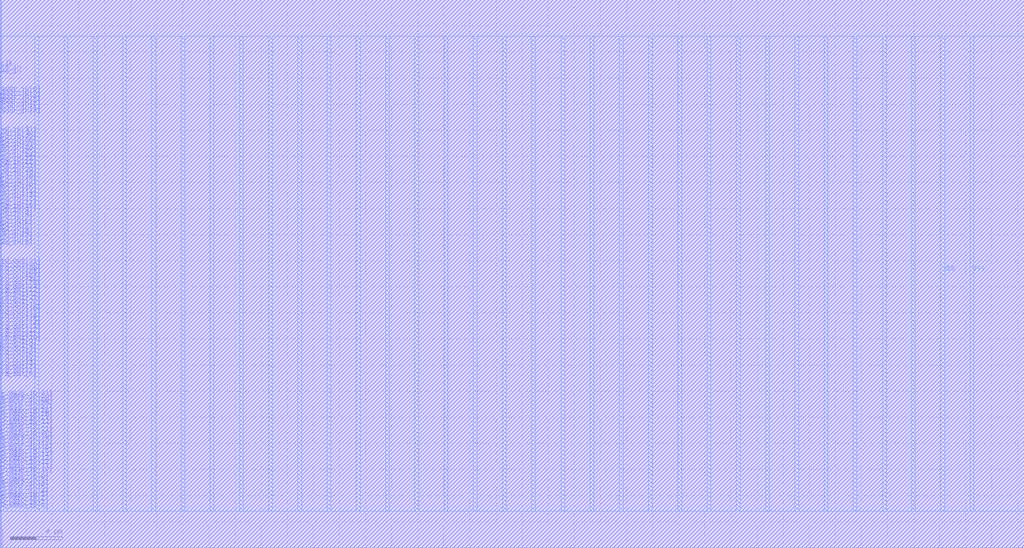
<source format=lef>
VERSION 5.7 ;
BUSBITCHARS "[]" ;
MACRO fakeram45_128x32
  FOREIGN fakeram45_128x32 0 0 ;
  SYMMETRY X Y R90 ;
  SIZE 0.19 BY 1.4 ;
  CLASS BLOCK ;
  PIN w_mask_in[0]
    DIRECTION INPUT ;
    USE SIGNAL ;
    SHAPE ABUTMENT ;
    PORT
      LAYER metal3 ;
      RECT 0.000 2.800 0.070 2.870 ;
    END
  END w_mask_in[0]
  PIN w_mask_in[1]
    DIRECTION INPUT ;
    USE SIGNAL ;
    SHAPE ABUTMENT ;
    PORT
      LAYER metal3 ;
      RECT 0.000 3.080 0.070 3.150 ;
    END
  END w_mask_in[1]
  PIN w_mask_in[2]
    DIRECTION INPUT ;
    USE SIGNAL ;
    SHAPE ABUTMENT ;
    PORT
      LAYER metal3 ;
      RECT 0.000 3.360 0.070 3.430 ;
    END
  END w_mask_in[2]
  PIN w_mask_in[3]
    DIRECTION INPUT ;
    USE SIGNAL ;
    SHAPE ABUTMENT ;
    PORT
      LAYER metal3 ;
      RECT 0.000 3.640 0.070 3.710 ;
    END
  END w_mask_in[3]
  PIN w_mask_in[4]
    DIRECTION INPUT ;
    USE SIGNAL ;
    SHAPE ABUTMENT ;
    PORT
      LAYER metal3 ;
      RECT 0.000 3.920 0.070 3.990 ;
    END
  END w_mask_in[4]
  PIN w_mask_in[5]
    DIRECTION INPUT ;
    USE SIGNAL ;
    SHAPE ABUTMENT ;
    PORT
      LAYER metal3 ;
      RECT 0.000 4.200 0.070 4.270 ;
    END
  END w_mask_in[5]
  PIN w_mask_in[6]
    DIRECTION INPUT ;
    USE SIGNAL ;
    SHAPE ABUTMENT ;
    PORT
      LAYER metal3 ;
      RECT 0.000 4.480 0.070 4.550 ;
    END
  END w_mask_in[6]
  PIN w_mask_in[7]
    DIRECTION INPUT ;
    USE SIGNAL ;
    SHAPE ABUTMENT ;
    PORT
      LAYER metal3 ;
      RECT 0.000 4.760 0.070 4.830 ;
    END
  END w_mask_in[7]
  PIN w_mask_in[8]
    DIRECTION INPUT ;
    USE SIGNAL ;
    SHAPE ABUTMENT ;
    PORT
      LAYER metal3 ;
      RECT 0.000 5.040 0.070 5.110 ;
    END
  END w_mask_in[8]
  PIN w_mask_in[9]
    DIRECTION INPUT ;
    USE SIGNAL ;
    SHAPE ABUTMENT ;
    PORT
      LAYER metal3 ;
      RECT 0.000 5.320 0.070 5.390 ;
    END
  END w_mask_in[9]
  PIN w_mask_in[10]
    DIRECTION INPUT ;
    USE SIGNAL ;
    SHAPE ABUTMENT ;
    PORT
      LAYER metal3 ;
      RECT 0.000 5.600 0.070 5.670 ;
    END
  END w_mask_in[10]
  PIN w_mask_in[11]
    DIRECTION INPUT ;
    USE SIGNAL ;
    SHAPE ABUTMENT ;
    PORT
      LAYER metal3 ;
      RECT 0.000 5.880 0.070 5.950 ;
    END
  END w_mask_in[11]
  PIN w_mask_in[12]
    DIRECTION INPUT ;
    USE SIGNAL ;
    SHAPE ABUTMENT ;
    PORT
      LAYER metal3 ;
      RECT 0.000 6.160 0.070 6.230 ;
    END
  END w_mask_in[12]
  PIN w_mask_in[13]
    DIRECTION INPUT ;
    USE SIGNAL ;
    SHAPE ABUTMENT ;
    PORT
      LAYER metal3 ;
      RECT 0.000 6.440 0.070 6.510 ;
    END
  END w_mask_in[13]
  PIN w_mask_in[14]
    DIRECTION INPUT ;
    USE SIGNAL ;
    SHAPE ABUTMENT ;
    PORT
      LAYER metal3 ;
      RECT 0.000 6.720 0.070 6.790 ;
    END
  END w_mask_in[14]
  PIN w_mask_in[15]
    DIRECTION INPUT ;
    USE SIGNAL ;
    SHAPE ABUTMENT ;
    PORT
      LAYER metal3 ;
      RECT 0.000 7.000 0.070 7.070 ;
    END
  END w_mask_in[15]
  PIN w_mask_in[16]
    DIRECTION INPUT ;
    USE SIGNAL ;
    SHAPE ABUTMENT ;
    PORT
      LAYER metal3 ;
      RECT 0.000 7.280 0.070 7.350 ;
    END
  END w_mask_in[16]
  PIN w_mask_in[17]
    DIRECTION INPUT ;
    USE SIGNAL ;
    SHAPE ABUTMENT ;
    PORT
      LAYER metal3 ;
      RECT 0.000 7.560 0.070 7.630 ;
    END
  END w_mask_in[17]
  PIN w_mask_in[18]
    DIRECTION INPUT ;
    USE SIGNAL ;
    SHAPE ABUTMENT ;
    PORT
      LAYER metal3 ;
      RECT 0.000 7.840 0.070 7.910 ;
    END
  END w_mask_in[18]
  PIN w_mask_in[19]
    DIRECTION INPUT ;
    USE SIGNAL ;
    SHAPE ABUTMENT ;
    PORT
      LAYER metal3 ;
      RECT 0.000 8.120 0.070 8.190 ;
    END
  END w_mask_in[19]
  PIN w_mask_in[20]
    DIRECTION INPUT ;
    USE SIGNAL ;
    SHAPE ABUTMENT ;
    PORT
      LAYER metal3 ;
      RECT 0.000 8.400 0.070 8.470 ;
    END
  END w_mask_in[20]
  PIN w_mask_in[21]
    DIRECTION INPUT ;
    USE SIGNAL ;
    SHAPE ABUTMENT ;
    PORT
      LAYER metal3 ;
      RECT 0.000 8.680 0.070 8.750 ;
    END
  END w_mask_in[21]
  PIN w_mask_in[22]
    DIRECTION INPUT ;
    USE SIGNAL ;
    SHAPE ABUTMENT ;
    PORT
      LAYER metal3 ;
      RECT 0.000 8.960 0.070 9.030 ;
    END
  END w_mask_in[22]
  PIN w_mask_in[23]
    DIRECTION INPUT ;
    USE SIGNAL ;
    SHAPE ABUTMENT ;
    PORT
      LAYER metal3 ;
      RECT 0.000 9.240 0.070 9.310 ;
    END
  END w_mask_in[23]
  PIN w_mask_in[24]
    DIRECTION INPUT ;
    USE SIGNAL ;
    SHAPE ABUTMENT ;
    PORT
      LAYER metal3 ;
      RECT 0.000 9.520 0.070 9.590 ;
    END
  END w_mask_in[24]
  PIN w_mask_in[25]
    DIRECTION INPUT ;
    USE SIGNAL ;
    SHAPE ABUTMENT ;
    PORT
      LAYER metal3 ;
      RECT 0.000 9.800 0.070 9.870 ;
    END
  END w_mask_in[25]
  PIN w_mask_in[26]
    DIRECTION INPUT ;
    USE SIGNAL ;
    SHAPE ABUTMENT ;
    PORT
      LAYER metal3 ;
      RECT 0.000 10.080 0.070 10.150 ;
    END
  END w_mask_in[26]
  PIN w_mask_in[27]
    DIRECTION INPUT ;
    USE SIGNAL ;
    SHAPE ABUTMENT ;
    PORT
      LAYER metal3 ;
      RECT 0.000 10.360 0.070 10.430 ;
    END
  END w_mask_in[27]
  PIN w_mask_in[28]
    DIRECTION INPUT ;
    USE SIGNAL ;
    SHAPE ABUTMENT ;
    PORT
      LAYER metal3 ;
      RECT 0.000 10.640 0.070 10.710 ;
    END
  END w_mask_in[28]
  PIN w_mask_in[29]
    DIRECTION INPUT ;
    USE SIGNAL ;
    SHAPE ABUTMENT ;
    PORT
      LAYER metal3 ;
      RECT 0.000 10.920 0.070 10.990 ;
    END
  END w_mask_in[29]
  PIN w_mask_in[30]
    DIRECTION INPUT ;
    USE SIGNAL ;
    SHAPE ABUTMENT ;
    PORT
      LAYER metal3 ;
      RECT 0.000 11.200 0.070 11.270 ;
    END
  END w_mask_in[30]
  PIN w_mask_in[31]
    DIRECTION INPUT ;
    USE SIGNAL ;
    SHAPE ABUTMENT ;
    PORT
      LAYER metal3 ;
      RECT 0.000 11.480 0.070 11.550 ;
    END
  END w_mask_in[31]
  PIN rd_out[0]
    DIRECTION OUTPUT ;
    USE SIGNAL ;
    SHAPE ABUTMENT ;
    PORT
      LAYER metal3 ;
      RECT 0.000 12.880 0.070 12.950 ;
    END
  END rd_out[0]
  PIN rd_out[1]
    DIRECTION OUTPUT ;
    USE SIGNAL ;
    SHAPE ABUTMENT ;
    PORT
      LAYER metal3 ;
      RECT 0.000 13.160 0.070 13.230 ;
    END
  END rd_out[1]
  PIN rd_out[2]
    DIRECTION OUTPUT ;
    USE SIGNAL ;
    SHAPE ABUTMENT ;
    PORT
      LAYER metal3 ;
      RECT 0.000 13.440 0.070 13.510 ;
    END
  END rd_out[2]
  PIN rd_out[3]
    DIRECTION OUTPUT ;
    USE SIGNAL ;
    SHAPE ABUTMENT ;
    PORT
      LAYER metal3 ;
      RECT 0.000 13.720 0.070 13.790 ;
    END
  END rd_out[3]
  PIN rd_out[4]
    DIRECTION OUTPUT ;
    USE SIGNAL ;
    SHAPE ABUTMENT ;
    PORT
      LAYER metal3 ;
      RECT 0.000 14.000 0.070 14.070 ;
    END
  END rd_out[4]
  PIN rd_out[5]
    DIRECTION OUTPUT ;
    USE SIGNAL ;
    SHAPE ABUTMENT ;
    PORT
      LAYER metal3 ;
      RECT 0.000 14.280 0.070 14.350 ;
    END
  END rd_out[5]
  PIN rd_out[6]
    DIRECTION OUTPUT ;
    USE SIGNAL ;
    SHAPE ABUTMENT ;
    PORT
      LAYER metal3 ;
      RECT 0.000 14.560 0.070 14.630 ;
    END
  END rd_out[6]
  PIN rd_out[7]
    DIRECTION OUTPUT ;
    USE SIGNAL ;
    SHAPE ABUTMENT ;
    PORT
      LAYER metal3 ;
      RECT 0.000 14.840 0.070 14.910 ;
    END
  END rd_out[7]
  PIN rd_out[8]
    DIRECTION OUTPUT ;
    USE SIGNAL ;
    SHAPE ABUTMENT ;
    PORT
      LAYER metal3 ;
      RECT 0.000 15.120 0.070 15.190 ;
    END
  END rd_out[8]
  PIN rd_out[9]
    DIRECTION OUTPUT ;
    USE SIGNAL ;
    SHAPE ABUTMENT ;
    PORT
      LAYER metal3 ;
      RECT 0.000 15.400 0.070 15.470 ;
    END
  END rd_out[9]
  PIN rd_out[10]
    DIRECTION OUTPUT ;
    USE SIGNAL ;
    SHAPE ABUTMENT ;
    PORT
      LAYER metal3 ;
      RECT 0.000 15.680 0.070 15.750 ;
    END
  END rd_out[10]
  PIN rd_out[11]
    DIRECTION OUTPUT ;
    USE SIGNAL ;
    SHAPE ABUTMENT ;
    PORT
      LAYER metal3 ;
      RECT 0.000 15.960 0.070 16.030 ;
    END
  END rd_out[11]
  PIN rd_out[12]
    DIRECTION OUTPUT ;
    USE SIGNAL ;
    SHAPE ABUTMENT ;
    PORT
      LAYER metal3 ;
      RECT 0.000 16.240 0.070 16.310 ;
    END
  END rd_out[12]
  PIN rd_out[13]
    DIRECTION OUTPUT ;
    USE SIGNAL ;
    SHAPE ABUTMENT ;
    PORT
      LAYER metal3 ;
      RECT 0.000 16.520 0.070 16.590 ;
    END
  END rd_out[13]
  PIN rd_out[14]
    DIRECTION OUTPUT ;
    USE SIGNAL ;
    SHAPE ABUTMENT ;
    PORT
      LAYER metal3 ;
      RECT 0.000 16.800 0.070 16.870 ;
    END
  END rd_out[14]
  PIN rd_out[15]
    DIRECTION OUTPUT ;
    USE SIGNAL ;
    SHAPE ABUTMENT ;
    PORT
      LAYER metal3 ;
      RECT 0.000 17.080 0.070 17.150 ;
    END
  END rd_out[15]
  PIN rd_out[16]
    DIRECTION OUTPUT ;
    USE SIGNAL ;
    SHAPE ABUTMENT ;
    PORT
      LAYER metal3 ;
      RECT 0.000 17.360 0.070 17.430 ;
    END
  END rd_out[16]
  PIN rd_out[17]
    DIRECTION OUTPUT ;
    USE SIGNAL ;
    SHAPE ABUTMENT ;
    PORT
      LAYER metal3 ;
      RECT 0.000 17.640 0.070 17.710 ;
    END
  END rd_out[17]
  PIN rd_out[18]
    DIRECTION OUTPUT ;
    USE SIGNAL ;
    SHAPE ABUTMENT ;
    PORT
      LAYER metal3 ;
      RECT 0.000 17.920 0.070 17.990 ;
    END
  END rd_out[18]
  PIN rd_out[19]
    DIRECTION OUTPUT ;
    USE SIGNAL ;
    SHAPE ABUTMENT ;
    PORT
      LAYER metal3 ;
      RECT 0.000 18.200 0.070 18.270 ;
    END
  END rd_out[19]
  PIN rd_out[20]
    DIRECTION OUTPUT ;
    USE SIGNAL ;
    SHAPE ABUTMENT ;
    PORT
      LAYER metal3 ;
      RECT 0.000 18.480 0.070 18.550 ;
    END
  END rd_out[20]
  PIN rd_out[21]
    DIRECTION OUTPUT ;
    USE SIGNAL ;
    SHAPE ABUTMENT ;
    PORT
      LAYER metal3 ;
      RECT 0.000 18.760 0.070 18.830 ;
    END
  END rd_out[21]
  PIN rd_out[22]
    DIRECTION OUTPUT ;
    USE SIGNAL ;
    SHAPE ABUTMENT ;
    PORT
      LAYER metal3 ;
      RECT 0.000 19.040 0.070 19.110 ;
    END
  END rd_out[22]
  PIN rd_out[23]
    DIRECTION OUTPUT ;
    USE SIGNAL ;
    SHAPE ABUTMENT ;
    PORT
      LAYER metal3 ;
      RECT 0.000 19.320 0.070 19.390 ;
    END
  END rd_out[23]
  PIN rd_out[24]
    DIRECTION OUTPUT ;
    USE SIGNAL ;
    SHAPE ABUTMENT ;
    PORT
      LAYER metal3 ;
      RECT 0.000 19.600 0.070 19.670 ;
    END
  END rd_out[24]
  PIN rd_out[25]
    DIRECTION OUTPUT ;
    USE SIGNAL ;
    SHAPE ABUTMENT ;
    PORT
      LAYER metal3 ;
      RECT 0.000 19.880 0.070 19.950 ;
    END
  END rd_out[25]
  PIN rd_out[26]
    DIRECTION OUTPUT ;
    USE SIGNAL ;
    SHAPE ABUTMENT ;
    PORT
      LAYER metal3 ;
      RECT 0.000 20.160 0.070 20.230 ;
    END
  END rd_out[26]
  PIN rd_out[27]
    DIRECTION OUTPUT ;
    USE SIGNAL ;
    SHAPE ABUTMENT ;
    PORT
      LAYER metal3 ;
      RECT 0.000 20.440 0.070 20.510 ;
    END
  END rd_out[27]
  PIN rd_out[28]
    DIRECTION OUTPUT ;
    USE SIGNAL ;
    SHAPE ABUTMENT ;
    PORT
      LAYER metal3 ;
      RECT 0.000 20.720 0.070 20.790 ;
    END
  END rd_out[28]
  PIN rd_out[29]
    DIRECTION OUTPUT ;
    USE SIGNAL ;
    SHAPE ABUTMENT ;
    PORT
      LAYER metal3 ;
      RECT 0.000 21.000 0.070 21.070 ;
    END
  END rd_out[29]
  PIN rd_out[30]
    DIRECTION OUTPUT ;
    USE SIGNAL ;
    SHAPE ABUTMENT ;
    PORT
      LAYER metal3 ;
      RECT 0.000 21.280 0.070 21.350 ;
    END
  END rd_out[30]
  PIN rd_out[31]
    DIRECTION OUTPUT ;
    USE SIGNAL ;
    SHAPE ABUTMENT ;
    PORT
      LAYER metal3 ;
      RECT 0.000 21.560 0.070 21.630 ;
    END
  END rd_out[31]
  PIN wd_in[0]
    DIRECTION INPUT ;
    USE SIGNAL ;
    SHAPE ABUTMENT ;
    PORT
      LAYER metal3 ;
      RECT 0.000 22.960 0.070 23.030 ;
    END
  END wd_in[0]
  PIN wd_in[1]
    DIRECTION INPUT ;
    USE SIGNAL ;
    SHAPE ABUTMENT ;
    PORT
      LAYER metal3 ;
      RECT 0.000 23.240 0.070 23.310 ;
    END
  END wd_in[1]
  PIN wd_in[2]
    DIRECTION INPUT ;
    USE SIGNAL ;
    SHAPE ABUTMENT ;
    PORT
      LAYER metal3 ;
      RECT 0.000 23.520 0.070 23.590 ;
    END
  END wd_in[2]
  PIN wd_in[3]
    DIRECTION INPUT ;
    USE SIGNAL ;
    SHAPE ABUTMENT ;
    PORT
      LAYER metal3 ;
      RECT 0.000 23.800 0.070 23.870 ;
    END
  END wd_in[3]
  PIN wd_in[4]
    DIRECTION INPUT ;
    USE SIGNAL ;
    SHAPE ABUTMENT ;
    PORT
      LAYER metal3 ;
      RECT 0.000 24.080 0.070 24.150 ;
    END
  END wd_in[4]
  PIN wd_in[5]
    DIRECTION INPUT ;
    USE SIGNAL ;
    SHAPE ABUTMENT ;
    PORT
      LAYER metal3 ;
      RECT 0.000 24.360 0.070 24.430 ;
    END
  END wd_in[5]
  PIN wd_in[6]
    DIRECTION INPUT ;
    USE SIGNAL ;
    SHAPE ABUTMENT ;
    PORT
      LAYER metal3 ;
      RECT 0.000 24.640 0.070 24.710 ;
    END
  END wd_in[6]
  PIN wd_in[7]
    DIRECTION INPUT ;
    USE SIGNAL ;
    SHAPE ABUTMENT ;
    PORT
      LAYER metal3 ;
      RECT 0.000 24.920 0.070 24.990 ;
    END
  END wd_in[7]
  PIN wd_in[8]
    DIRECTION INPUT ;
    USE SIGNAL ;
    SHAPE ABUTMENT ;
    PORT
      LAYER metal3 ;
      RECT 0.000 25.200 0.070 25.270 ;
    END
  END wd_in[8]
  PIN wd_in[9]
    DIRECTION INPUT ;
    USE SIGNAL ;
    SHAPE ABUTMENT ;
    PORT
      LAYER metal3 ;
      RECT 0.000 25.480 0.070 25.550 ;
    END
  END wd_in[9]
  PIN wd_in[10]
    DIRECTION INPUT ;
    USE SIGNAL ;
    SHAPE ABUTMENT ;
    PORT
      LAYER metal3 ;
      RECT 0.000 25.760 0.070 25.830 ;
    END
  END wd_in[10]
  PIN wd_in[11]
    DIRECTION INPUT ;
    USE SIGNAL ;
    SHAPE ABUTMENT ;
    PORT
      LAYER metal3 ;
      RECT 0.000 26.040 0.070 26.110 ;
    END
  END wd_in[11]
  PIN wd_in[12]
    DIRECTION INPUT ;
    USE SIGNAL ;
    SHAPE ABUTMENT ;
    PORT
      LAYER metal3 ;
      RECT 0.000 26.320 0.070 26.390 ;
    END
  END wd_in[12]
  PIN wd_in[13]
    DIRECTION INPUT ;
    USE SIGNAL ;
    SHAPE ABUTMENT ;
    PORT
      LAYER metal3 ;
      RECT 0.000 26.600 0.070 26.670 ;
    END
  END wd_in[13]
  PIN wd_in[14]
    DIRECTION INPUT ;
    USE SIGNAL ;
    SHAPE ABUTMENT ;
    PORT
      LAYER metal3 ;
      RECT 0.000 26.880 0.070 26.950 ;
    END
  END wd_in[14]
  PIN wd_in[15]
    DIRECTION INPUT ;
    USE SIGNAL ;
    SHAPE ABUTMENT ;
    PORT
      LAYER metal3 ;
      RECT 0.000 27.160 0.070 27.230 ;
    END
  END wd_in[15]
  PIN wd_in[16]
    DIRECTION INPUT ;
    USE SIGNAL ;
    SHAPE ABUTMENT ;
    PORT
      LAYER metal3 ;
      RECT 0.000 27.440 0.070 27.510 ;
    END
  END wd_in[16]
  PIN wd_in[17]
    DIRECTION INPUT ;
    USE SIGNAL ;
    SHAPE ABUTMENT ;
    PORT
      LAYER metal3 ;
      RECT 0.000 27.720 0.070 27.790 ;
    END
  END wd_in[17]
  PIN wd_in[18]
    DIRECTION INPUT ;
    USE SIGNAL ;
    SHAPE ABUTMENT ;
    PORT
      LAYER metal3 ;
      RECT 0.000 28.000 0.070 28.070 ;
    END
  END wd_in[18]
  PIN wd_in[19]
    DIRECTION INPUT ;
    USE SIGNAL ;
    SHAPE ABUTMENT ;
    PORT
      LAYER metal3 ;
      RECT 0.000 28.280 0.070 28.350 ;
    END
  END wd_in[19]
  PIN wd_in[20]
    DIRECTION INPUT ;
    USE SIGNAL ;
    SHAPE ABUTMENT ;
    PORT
      LAYER metal3 ;
      RECT 0.000 28.560 0.070 28.630 ;
    END
  END wd_in[20]
  PIN wd_in[21]
    DIRECTION INPUT ;
    USE SIGNAL ;
    SHAPE ABUTMENT ;
    PORT
      LAYER metal3 ;
      RECT 0.000 28.840 0.070 28.910 ;
    END
  END wd_in[21]
  PIN wd_in[22]
    DIRECTION INPUT ;
    USE SIGNAL ;
    SHAPE ABUTMENT ;
    PORT
      LAYER metal3 ;
      RECT 0.000 29.120 0.070 29.190 ;
    END
  END wd_in[22]
  PIN wd_in[23]
    DIRECTION INPUT ;
    USE SIGNAL ;
    SHAPE ABUTMENT ;
    PORT
      LAYER metal3 ;
      RECT 0.000 29.400 0.070 29.470 ;
    END
  END wd_in[23]
  PIN wd_in[24]
    DIRECTION INPUT ;
    USE SIGNAL ;
    SHAPE ABUTMENT ;
    PORT
      LAYER metal3 ;
      RECT 0.000 29.680 0.070 29.750 ;
    END
  END wd_in[24]
  PIN wd_in[25]
    DIRECTION INPUT ;
    USE SIGNAL ;
    SHAPE ABUTMENT ;
    PORT
      LAYER metal3 ;
      RECT 0.000 29.960 0.070 30.030 ;
    END
  END wd_in[25]
  PIN wd_in[26]
    DIRECTION INPUT ;
    USE SIGNAL ;
    SHAPE ABUTMENT ;
    PORT
      LAYER metal3 ;
      RECT 0.000 30.240 0.070 30.310 ;
    END
  END wd_in[26]
  PIN wd_in[27]
    DIRECTION INPUT ;
    USE SIGNAL ;
    SHAPE ABUTMENT ;
    PORT
      LAYER metal3 ;
      RECT 0.000 30.520 0.070 30.590 ;
    END
  END wd_in[27]
  PIN wd_in[28]
    DIRECTION INPUT ;
    USE SIGNAL ;
    SHAPE ABUTMENT ;
    PORT
      LAYER metal3 ;
      RECT 0.000 30.800 0.070 30.870 ;
    END
  END wd_in[28]
  PIN wd_in[29]
    DIRECTION INPUT ;
    USE SIGNAL ;
    SHAPE ABUTMENT ;
    PORT
      LAYER metal3 ;
      RECT 0.000 31.080 0.070 31.150 ;
    END
  END wd_in[29]
  PIN wd_in[30]
    DIRECTION INPUT ;
    USE SIGNAL ;
    SHAPE ABUTMENT ;
    PORT
      LAYER metal3 ;
      RECT 0.000 31.360 0.070 31.430 ;
    END
  END wd_in[30]
  PIN wd_in[31]
    DIRECTION INPUT ;
    USE SIGNAL ;
    SHAPE ABUTMENT ;
    PORT
      LAYER metal3 ;
      RECT 0.000 31.640 0.070 31.710 ;
    END
  END wd_in[31]
  PIN addr_in[0]
    DIRECTION INPUT ;
    USE SIGNAL ;
    SHAPE ABUTMENT ;
    PORT
      LAYER metal3 ;
      RECT 0.000 33.040 0.070 33.110 ;
    END
  END addr_in[0]
  PIN addr_in[1]
    DIRECTION INPUT ;
    USE SIGNAL ;
    SHAPE ABUTMENT ;
    PORT
      LAYER metal3 ;
      RECT 0.000 33.320 0.070 33.390 ;
    END
  END addr_in[1]
  PIN addr_in[2]
    DIRECTION INPUT ;
    USE SIGNAL ;
    SHAPE ABUTMENT ;
    PORT
      LAYER metal3 ;
      RECT 0.000 33.600 0.070 33.670 ;
    END
  END addr_in[2]
  PIN addr_in[3]
    DIRECTION INPUT ;
    USE SIGNAL ;
    SHAPE ABUTMENT ;
    PORT
      LAYER metal3 ;
      RECT 0.000 33.880 0.070 33.950 ;
    END
  END addr_in[3]
  PIN addr_in[4]
    DIRECTION INPUT ;
    USE SIGNAL ;
    SHAPE ABUTMENT ;
    PORT
      LAYER metal3 ;
      RECT 0.000 34.160 0.070 34.230 ;
    END
  END addr_in[4]
  PIN addr_in[5]
    DIRECTION INPUT ;
    USE SIGNAL ;
    SHAPE ABUTMENT ;
    PORT
      LAYER metal3 ;
      RECT 0.000 34.440 0.070 34.510 ;
    END
  END addr_in[5]
  PIN addr_in[6]
    DIRECTION INPUT ;
    USE SIGNAL ;
    SHAPE ABUTMENT ;
    PORT
      LAYER metal3 ;
      RECT 0.000 34.720 0.070 34.790 ;
    END
  END addr_in[6]
  PIN we_in
    DIRECTION INPUT ;
    USE SIGNAL ;
    SHAPE ABUTMENT ;
    PORT
      LAYER metal3 ;
      RECT 0.000 36.120 0.070 36.190 ;
    END
  END we_in
  PIN ce_in
    DIRECTION INPUT ;
    USE SIGNAL ;
    SHAPE ABUTMENT ;
    PORT
      LAYER metal3 ;
      RECT 0.000 36.400 0.070 36.470 ;
    END
  END ce_in
  PIN clk
    DIRECTION INPUT ;
    USE SIGNAL ;
    SHAPE ABUTMENT ;
    PORT
      LAYER metal3 ;
      RECT 0.000 36.680 0.070 36.750 ;
    END
  END clk
  PIN VSS
    DIRECTION INOUT ;
    USE GROUND ;
    PORT
      LAYER metal4 ;
      RECT 2.660 2.800 2.940 39.200 ;
      RECT 7.140 2.800 7.420 39.200 ;
      RECT 11.620 2.800 11.900 39.200 ;
      RECT 16.100 2.800 16.380 39.200 ;
      RECT 20.580 2.800 20.860 39.200 ;
      RECT 25.060 2.800 25.340 39.200 ;
      RECT 29.540 2.800 29.820 39.200 ;
      RECT 34.020 2.800 34.300 39.200 ;
      RECT 38.500 2.800 38.780 39.200 ;
      RECT 42.980 2.800 43.260 39.200 ;
      RECT 47.460 2.800 47.740 39.200 ;
      RECT 51.940 2.800 52.220 39.200 ;
      RECT 56.420 2.800 56.700 39.200 ;
      RECT 60.900 2.800 61.180 39.200 ;
      RECT 65.380 2.800 65.660 39.200 ;
      RECT 69.860 2.800 70.140 39.200 ;
      RECT 74.340 2.800 74.620 39.200 ;
    END
  END VSS
  PIN VDD
    DIRECTION INOUT ;
    USE POWER ;
    PORT
      LAYER metal4 ;
      RECT 4.900 2.800 5.180 39.200 ;
      RECT 9.380 2.800 9.660 39.200 ;
      RECT 13.860 2.800 14.140 39.200 ;
      RECT 18.340 2.800 18.620 39.200 ;
      RECT 22.820 2.800 23.100 39.200 ;
      RECT 27.300 2.800 27.580 39.200 ;
      RECT 31.780 2.800 32.060 39.200 ;
      RECT 36.260 2.800 36.540 39.200 ;
      RECT 40.740 2.800 41.020 39.200 ;
      RECT 45.220 2.800 45.500 39.200 ;
      RECT 49.700 2.800 49.980 39.200 ;
      RECT 54.180 2.800 54.460 39.200 ;
      RECT 58.660 2.800 58.940 39.200 ;
      RECT 63.140 2.800 63.420 39.200 ;
      RECT 67.620 2.800 67.900 39.200 ;
      RECT 72.100 2.800 72.380 39.200 ;
    END
  END VDD
  OBS
    LAYER metal1 ;
    RECT 0 0 78.470 42.000 ;
    LAYER metal2 ;
    RECT 0 0 78.470 42.000 ;
    LAYER metal3 ;
    RECT 0.070 0 78.470 42.000 ;
    RECT 0 0.000 0.070 2.800 ;
    RECT 0 2.870 0.070 3.080 ;
    RECT 0 3.150 0.070 3.360 ;
    RECT 0 3.430 0.070 3.640 ;
    RECT 0 3.710 0.070 3.920 ;
    RECT 0 3.990 0.070 4.200 ;
    RECT 0 4.270 0.070 4.480 ;
    RECT 0 4.550 0.070 4.760 ;
    RECT 0 4.830 0.070 5.040 ;
    RECT 0 5.110 0.070 5.320 ;
    RECT 0 5.390 0.070 5.600 ;
    RECT 0 5.670 0.070 5.880 ;
    RECT 0 5.950 0.070 6.160 ;
    RECT 0 6.230 0.070 6.440 ;
    RECT 0 6.510 0.070 6.720 ;
    RECT 0 6.790 0.070 7.000 ;
    RECT 0 7.070 0.070 7.280 ;
    RECT 0 7.350 0.070 7.560 ;
    RECT 0 7.630 0.070 7.840 ;
    RECT 0 7.910 0.070 8.120 ;
    RECT 0 8.190 0.070 8.400 ;
    RECT 0 8.470 0.070 8.680 ;
    RECT 0 8.750 0.070 8.960 ;
    RECT 0 9.030 0.070 9.240 ;
    RECT 0 9.310 0.070 9.520 ;
    RECT 0 9.590 0.070 9.800 ;
    RECT 0 9.870 0.070 10.080 ;
    RECT 0 10.150 0.070 10.360 ;
    RECT 0 10.430 0.070 10.640 ;
    RECT 0 10.710 0.070 10.920 ;
    RECT 0 10.990 0.070 11.200 ;
    RECT 0 11.270 0.070 11.480 ;
    RECT 0 11.550 0.070 12.880 ;
    RECT 0 12.950 0.070 13.160 ;
    RECT 0 13.230 0.070 13.440 ;
    RECT 0 13.510 0.070 13.720 ;
    RECT 0 13.790 0.070 14.000 ;
    RECT 0 14.070 0.070 14.280 ;
    RECT 0 14.350 0.070 14.560 ;
    RECT 0 14.630 0.070 14.840 ;
    RECT 0 14.910 0.070 15.120 ;
    RECT 0 15.190 0.070 15.400 ;
    RECT 0 15.470 0.070 15.680 ;
    RECT 0 15.750 0.070 15.960 ;
    RECT 0 16.030 0.070 16.240 ;
    RECT 0 16.310 0.070 16.520 ;
    RECT 0 16.590 0.070 16.800 ;
    RECT 0 16.870 0.070 17.080 ;
    RECT 0 17.150 0.070 17.360 ;
    RECT 0 17.430 0.070 17.640 ;
    RECT 0 17.710 0.070 17.920 ;
    RECT 0 17.990 0.070 18.200 ;
    RECT 0 18.270 0.070 18.480 ;
    RECT 0 18.550 0.070 18.760 ;
    RECT 0 18.830 0.070 19.040 ;
    RECT 0 19.110 0.070 19.320 ;
    RECT 0 19.390 0.070 19.600 ;
    RECT 0 19.670 0.070 19.880 ;
    RECT 0 19.950 0.070 20.160 ;
    RECT 0 20.230 0.070 20.440 ;
    RECT 0 20.510 0.070 20.720 ;
    RECT 0 20.790 0.070 21.000 ;
    RECT 0 21.070 0.070 21.280 ;
    RECT 0 21.350 0.070 21.560 ;
    RECT 0 21.630 0.070 22.960 ;
    RECT 0 23.030 0.070 23.240 ;
    RECT 0 23.310 0.070 23.520 ;
    RECT 0 23.590 0.070 23.800 ;
    RECT 0 23.870 0.070 24.080 ;
    RECT 0 24.150 0.070 24.360 ;
    RECT 0 24.430 0.070 24.640 ;
    RECT 0 24.710 0.070 24.920 ;
    RECT 0 24.990 0.070 25.200 ;
    RECT 0 25.270 0.070 25.480 ;
    RECT 0 25.550 0.070 25.760 ;
    RECT 0 25.830 0.070 26.040 ;
    RECT 0 26.110 0.070 26.320 ;
    RECT 0 26.390 0.070 26.600 ;
    RECT 0 26.670 0.070 26.880 ;
    RECT 0 26.950 0.070 27.160 ;
    RECT 0 27.230 0.070 27.440 ;
    RECT 0 27.510 0.070 27.720 ;
    RECT 0 27.790 0.070 28.000 ;
    RECT 0 28.070 0.070 28.280 ;
    RECT 0 28.350 0.070 28.560 ;
    RECT 0 28.630 0.070 28.840 ;
    RECT 0 28.910 0.070 29.120 ;
    RECT 0 29.190 0.070 29.400 ;
    RECT 0 29.470 0.070 29.680 ;
    RECT 0 29.750 0.070 29.960 ;
    RECT 0 30.030 0.070 30.240 ;
    RECT 0 30.310 0.070 30.520 ;
    RECT 0 30.590 0.070 30.800 ;
    RECT 0 30.870 0.070 31.080 ;
    RECT 0 31.150 0.070 31.360 ;
    RECT 0 31.430 0.070 31.640 ;
    RECT 0 31.710 0.070 33.040 ;
    RECT 0 33.110 0.070 33.320 ;
    RECT 0 33.390 0.070 33.600 ;
    RECT 0 33.670 0.070 33.880 ;
    RECT 0 33.950 0.070 34.160 ;
    RECT 0 34.230 0.070 34.440 ;
    RECT 0 34.510 0.070 34.720 ;
    RECT 0 34.790 0.070 36.120 ;
    RECT 0 36.190 0.070 36.400 ;
    RECT 0 36.470 0.070 36.680 ;
    RECT 0 36.750 0.070 42.000 ;
    LAYER metal4 ;
    RECT 0 0 78.470 2.800 ;
    RECT 0 39.200 78.470 42.000 ;
    RECT 0.000 2.800 2.660 39.200 ;
    RECT 2.940 2.800 4.900 39.200 ;
    RECT 5.180 2.800 7.140 39.200 ;
    RECT 7.420 2.800 9.380 39.200 ;
    RECT 9.660 2.800 11.620 39.200 ;
    RECT 11.900 2.800 13.860 39.200 ;
    RECT 14.140 2.800 16.100 39.200 ;
    RECT 16.380 2.800 18.340 39.200 ;
    RECT 18.620 2.800 20.580 39.200 ;
    RECT 20.860 2.800 22.820 39.200 ;
    RECT 23.100 2.800 25.060 39.200 ;
    RECT 25.340 2.800 27.300 39.200 ;
    RECT 27.580 2.800 29.540 39.200 ;
    RECT 29.820 2.800 31.780 39.200 ;
    RECT 32.060 2.800 34.020 39.200 ;
    RECT 34.300 2.800 36.260 39.200 ;
    RECT 36.540 2.800 38.500 39.200 ;
    RECT 38.780 2.800 40.740 39.200 ;
    RECT 41.020 2.800 42.980 39.200 ;
    RECT 43.260 2.800 45.220 39.200 ;
    RECT 45.500 2.800 47.460 39.200 ;
    RECT 47.740 2.800 49.700 39.200 ;
    RECT 49.980 2.800 51.940 39.200 ;
    RECT 52.220 2.800 54.180 39.200 ;
    RECT 54.460 2.800 56.420 39.200 ;
    RECT 56.700 2.800 58.660 39.200 ;
    RECT 58.940 2.800 60.900 39.200 ;
    RECT 61.180 2.800 63.140 39.200 ;
    RECT 63.420 2.800 65.380 39.200 ;
    RECT 65.660 2.800 67.620 39.200 ;
    RECT 67.900 2.800 69.860 39.200 ;
    RECT 70.140 2.800 72.100 39.200 ;
    RECT 72.380 2.800 74.340 39.200 ;
    RECT 74.620 2.800 78.470 39.200 ;
  END
END fakeram45_128x32

END LIBRARY

</source>
